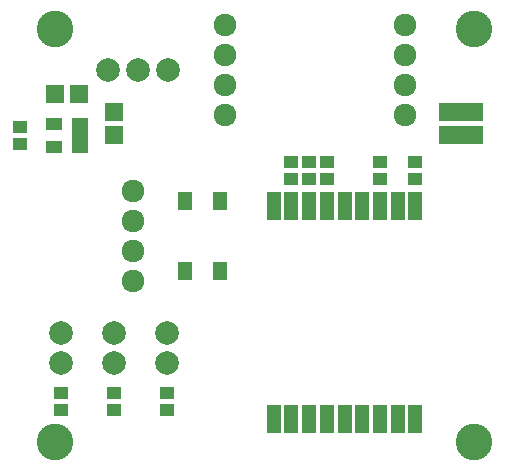
<source format=gts>
G04 #@! TF.FileFunction,Soldermask,Top*
%FSLAX46Y46*%
G04 Gerber Fmt 4.6, Leading zero omitted, Abs format (unit mm)*
G04 Created by KiCad (PCBNEW (2015-10-11 BZR 6260)-product) date 2015年11月29日日曜日 02:22:40*
%MOMM*%
G01*
G04 APERTURE LIST*
%ADD10C,0.100000*%
%ADD11R,1.550000X1.550000*%
%ADD12R,1.300000X1.050000*%
%ADD13C,2.000000*%
%ADD14C,1.924000*%
%ADD15R,1.460000X1.050000*%
%ADD16R,1.300000X2.400000*%
%ADD17R,1.300000X1.650000*%
%ADD18R,3.800000X1.600000*%
%ADD19C,3.100000*%
G04 APERTURE END LIST*
D10*
D11*
X128000000Y-93500000D03*
X130000000Y-93500000D03*
X133000000Y-95000000D03*
X133000000Y-97000000D03*
D12*
X155500000Y-99275000D03*
X155500000Y-100725000D03*
X158500000Y-100725000D03*
X158500000Y-99275000D03*
X149500000Y-99275000D03*
X149500000Y-100725000D03*
X151000000Y-100725000D03*
X151000000Y-99275000D03*
X148000000Y-99275000D03*
X148000000Y-100725000D03*
X128500000Y-118775000D03*
X128500000Y-120225000D03*
X137500000Y-118775000D03*
X137500000Y-120225000D03*
X133000000Y-118775000D03*
X133000000Y-120225000D03*
D13*
X132460000Y-91500000D03*
X135000000Y-91500000D03*
X137540000Y-91500000D03*
D14*
X134600000Y-109310000D03*
X134600000Y-106770000D03*
X134600000Y-104230000D03*
X134600000Y-101690000D03*
D15*
X130100000Y-97950000D03*
X130100000Y-97000000D03*
X130100000Y-96050000D03*
X127900000Y-96050000D03*
X127900000Y-97950000D03*
D16*
X158500000Y-103000000D03*
X157000000Y-103000000D03*
X155500000Y-103000000D03*
X154000000Y-103000000D03*
X152500000Y-103000000D03*
X151000000Y-103000000D03*
X149500000Y-103000000D03*
X148000000Y-103000000D03*
X146500000Y-103000000D03*
X146500000Y-121000000D03*
X148000000Y-121000000D03*
X149500000Y-121000000D03*
X151000000Y-121000000D03*
X152500000Y-121000000D03*
X154000000Y-121000000D03*
X155500000Y-121000000D03*
X157000000Y-121000000D03*
X158500000Y-121000000D03*
D14*
X142380000Y-87690000D03*
X142380000Y-90230000D03*
X142380000Y-92770000D03*
X142380000Y-95310000D03*
X157620000Y-95310000D03*
X157620000Y-92770000D03*
X157620000Y-90230000D03*
X157620000Y-87690000D03*
D12*
X125000000Y-96275000D03*
X125000000Y-97725000D03*
D13*
X133000000Y-116270000D03*
X133000000Y-113730000D03*
X137500000Y-116270000D03*
X137500000Y-113730000D03*
X128500000Y-116270000D03*
X128500000Y-113730000D03*
D17*
X142000000Y-102525000D03*
X142000000Y-108475000D03*
X139000000Y-102525000D03*
X139000000Y-108475000D03*
D18*
X162400000Y-95000000D03*
X162400000Y-97000000D03*
D19*
X128000000Y-88000000D03*
X163500000Y-88000000D03*
X163500000Y-123000000D03*
X128000000Y-123000000D03*
M02*

</source>
